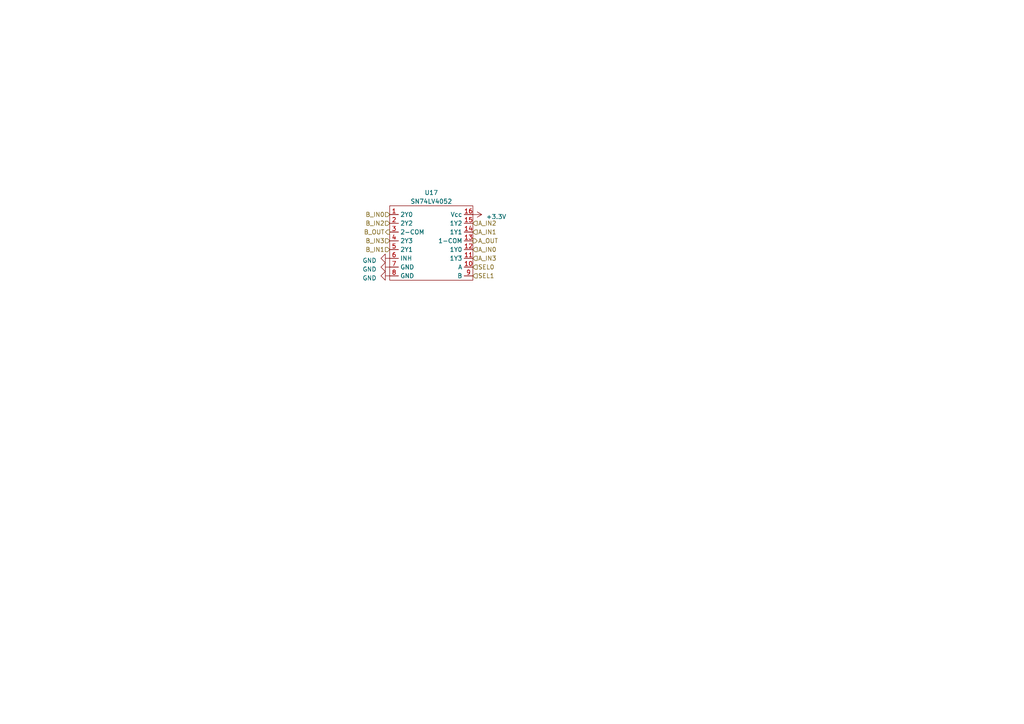
<source format=kicad_sch>
(kicad_sch (version 20230121) (generator eeschema)
  (paper "A4")
  (lib_symbols
    (symbol "CustomSymbols:SN74LV4052A"
      (property "Reference" "U" (at 0 15.24 0))
      (property "Value" "SN74LV4052" (at 0 12.7 0))
      (symbol "SN74LV4052A_0_1"
        (rectangle (start -12.7 11.43) (end 11.43 -10.16))
      )
      (symbol "SN74LV4052A_1_1"
        (pin bidirectional line (at -12.7 8.89 0) (length 2.54) (name "2Y0") (number "1"))
        (pin bidirectional line (at 11.43 -6.35 180) (length 2.54) (name "A") (number "10"))
        (pin bidirectional line (at 11.43 -3.81 180) (length 2.54) (name "1Y3") (number "11"))
        (pin bidirectional line (at 11.43 -1.27 180) (length 2.54) (name "1Y0") (number "12"))
        (pin bidirectional line (at 11.43 1.27 180) (length 2.54) (name "1-COM") (number "13"))
        (pin bidirectional line (at 11.43 3.81 180) (length 2.54) (name "1Y1") (number "14"))
        (pin bidirectional line (at 11.43 6.35 180) (length 2.54) (name "1Y2") (number "15"))
        (pin power_in line (at 11.43 8.89 180) (length 2.54) (name "Vcc") (number "16"))
        (pin bidirectional line (at -12.7 6.35 0) (length 2.54) (name "2Y2") (number "2"))
        (pin bidirectional line (at -12.7 3.81 0) (length 2.54) (name "2-COM") (number "3"))
        (pin bidirectional line (at -12.7 1.27 0) (length 2.54) (name "2Y3") (number "4"))
        (pin bidirectional line (at -12.7 -1.27 0) (length 2.54) (name "2Y1") (number "5"))
        (pin input line (at -12.7 -3.81 0) (length 2.54) (name "INH") (number "6"))
        (pin power_in line (at -12.7 -6.35 0) (length 2.54) (name "GND") (number "7"))
        (pin power_in line (at -12.7 -8.89 0) (length 2.54) (name "GND") (number "8"))
        (pin bidirectional line (at 11.43 -8.89 180) (length 2.54) (name "B") (number "9"))
      )
    )
    (symbol "power:+3.3V" (power) (pin_names (offset 0))
      (property "Value" "+3.3V" (at 0 3.556 0))
      (symbol "+3.3V_0_1"
        (polyline (pts (xy -0.762 1.27) (xy 0 2.54)))
        (polyline (pts (xy 0 0) (xy 0 2.54)))
        (polyline (pts (xy 0 2.54) (xy 0.762 1.27)))
      )
      (symbol "+3.3V_1_1"
        (pin power_in line (at 0 0 90) (length 0) hide (name "+3.3V") (number "1"))
      )
    )
    (symbol "power:GND" (power) (pin_names (offset 0))
      (property "Value" "GND" (at 0 -3.81 0))
      (symbol "GND_0_1"
        (polyline (pts (xy 0 0) (xy 0 -1.27) (xy 1.27 -1.27) (xy 0 -2.54) (xy -1.27 -1.27) (xy 0 -1.27)))
      )
      (symbol "GND_1_1"
        (pin power_in line (at 0 0 270) (length 0) hide (name "GND") (number "1"))
      )
    )
  )
  (hierarchical_label "A_IN2" (shape input) (at 137.16 64.77 0))
  (hierarchical_label "B_IN3" (shape input) (at 113.03 69.85 180))
  (hierarchical_label "A_OUT" (shape output) (at 137.16 69.85 0))
  (hierarchical_label "B_IN0" (shape input) (at 113.03 62.23 180))
  (hierarchical_label "A_IN1" (shape input) (at 137.16 67.31 0))
  (hierarchical_label "B_OUT" (shape output) (at 113.03 67.31 180))
  (hierarchical_label "B_IN2" (shape input) (at 113.03 64.77 180))
  (hierarchical_label "B_IN1" (shape input) (at 113.03 72.39 180))
  (hierarchical_label "SEL1" (shape input) (at 137.16 80.01 0))
  (hierarchical_label "SEL0" (shape input) (at 137.16 77.47 0))
  (hierarchical_label "A_IN3" (shape input) (at 137.16 74.93 0))
  (hierarchical_label "A_IN0" (shape input) (at 137.16 72.39 0))
  (symbol (lib_id "CustomSymbols:SN74LV4052A") (at 125.73 71.12 0) (unit 1)
    (property "Reference" "U17" (at 125.095 55.88 0))
    (property "Value" "SN74LV4052" (at 125.095 58.42 0))
    (property "Footprint" "Package_SO:TSSOP-16_4.4x5mm_P0.65mm" (effects hide))
    (property "LCSC" "C8142" (effects hide))
    (instances (project "ecu-kicad-v0.4" (path "" (reference "U17") (unit 1)) (path "" (reference "U18") (unit 1))))
  )
  (symbol (lib_id "power:GND") (at 113.03 80.01 270) (unit 1)
    (property "Reference" "#PWR0131" (effects hide))
    (property "Value" "GND" (at 109.22 80.645 90) (effects (justify right)))
    (instances (project "ecu-kicad-v0.4" (path "" (reference "#PWR0131") (unit 1)) (path "" (reference "#PWR0136") (unit 1))))
  )
  (symbol (lib_id "power:GND") (at 113.03 74.93 270) (unit 1)
    (property "Reference" "#PWR0132" (effects hide))
    (property "Value" "GND" (at 109.22 75.565 90) (effects (justify right)))
    (instances (project "ecu-kicad-v0.4" (path "" (reference "#PWR0132") (unit 1)) (path "" (reference "#PWR0134") (unit 1))))
  )
  (symbol (lib_id "power:GND") (at 113.03 77.47 270) (unit 1)
    (property "Reference" "#PWR0130" (effects hide))
    (property "Value" "GND" (at 109.22 78.105 90) (effects (justify right)))
    (instances (project "ecu-kicad-v0.4" (path "" (reference "#PWR0130") (unit 1)) (path "" (reference "#PWR0135") (unit 1))))
  )
  (symbol (lib_id "power:+3.3V") (at 137.16 62.23 270) (unit 1)
    (property "Reference" "#PWR0133" (effects hide))
    (property "Value" "+3.3V" (at 140.97 62.865 90) (effects (justify left)))
    (instances (project "ecu-kicad-v0.4" (path "" (reference "#PWR0133") (unit 1)) (path "" (reference "#PWR0137") (unit 1))))
  )
)
</source>
